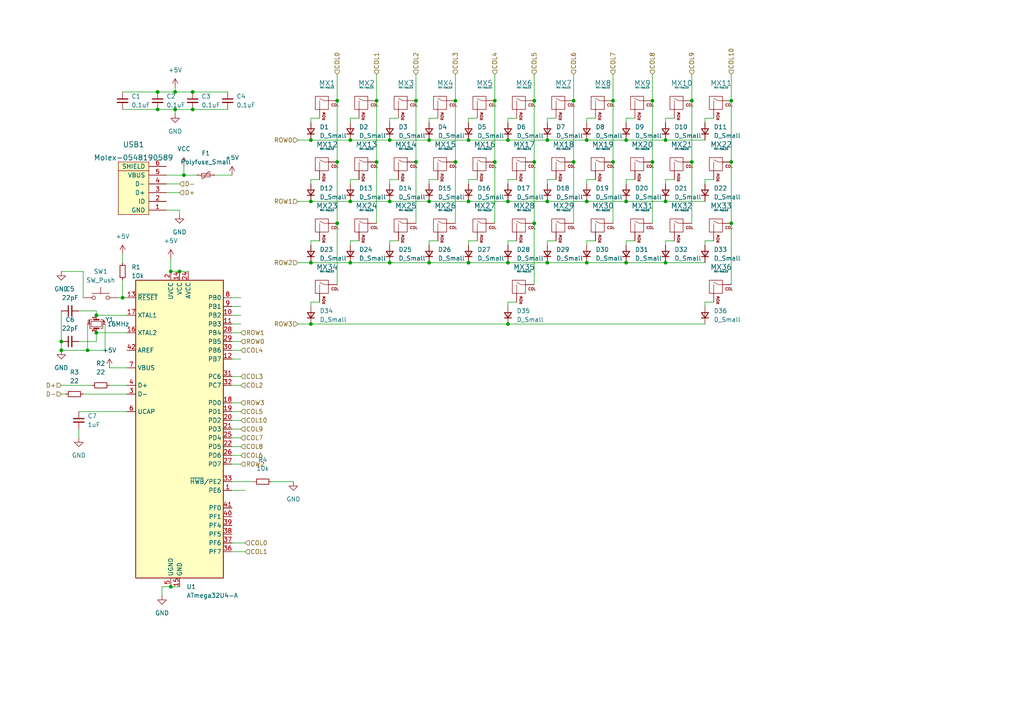
<source format=kicad_sch>
(kicad_sch (version 20211123) (generator eeschema)
  (paper "A4")
  (lib_symbols
    (symbol "Device:C_Small" (pin_numbers hide) (pin_names (offset 0.254) hide)
      (property "Reference" "C" (at 0.254 1.778 0))
      (property "Value" "C_Small" (at 0.254 -2.032 0))
      (symbol "C_Small_0_1"
        (polyline (pts (xy -1.524 -0.508) (xy 1.524 -0.508)) (stroke (width 0.3302)))
        (polyline (pts (xy -1.524 0.508) (xy 1.524 0.508)) (stroke (width 0.3048)))
      )
      (symbol "C_Small_1_1"
        (pin passive line (at 0 2.54 270) (length 2.032) (name "~") (number "1"))
        (pin passive line (at 0 -2.54 90) (length 2.032) (name "~") (number "2"))
      )
    )
    (symbol "Device:Crystal_GND24_Small" (pin_names (offset 1.016) hide)
      (property "Reference" "Y" (at 1.27 4.445 0))
      (property "Value" "Crystal_GND24_Small" (at 1.27 2.54 0))
      (symbol "Crystal_GND24_Small_0_1"
        (rectangle (start -0.762 -1.524) (end 0.762 1.524))
        (polyline (pts (xy -1.27 -0.762) (xy -1.27 0.762)) (stroke (width 0.381)))
        (polyline (pts (xy 1.27 -0.762) (xy 1.27 0.762)) (stroke (width 0.381)))
        (polyline (pts (xy -1.27 -1.27) (xy -1.27 -1.905) (xy 1.27 -1.905) (xy 1.27 -1.27)))
        (polyline (pts (xy -1.27 1.27) (xy -1.27 1.905) (xy 1.27 1.905) (xy 1.27 1.27)))
      )
      (symbol "Crystal_GND24_Small_1_1"
        (pin passive line (at -2.54 0 0) (length 1.27) (name "1") (number "1"))
        (pin passive line (at 0 -2.54 90) (length 0.635) (name "2") (number "2"))
        (pin passive line (at 2.54 0 180) (length 1.27) (name "3") (number "3"))
        (pin passive line (at 0 2.54 270) (length 0.635) (name "4") (number "4"))
      )
    )
    (symbol "Device:D_Small" (pin_numbers hide) (pin_names (offset 0.254) hide)
      (property "Reference" "D" (at -1.27 2.032 0))
      (property "Value" "D_Small" (at -3.81 -2.032 0))
      (symbol "D_Small_0_1"
        (polyline (pts (xy -0.762 -1.016) (xy -0.762 1.016)) (stroke (width 0.254)))
        (polyline (pts (xy -0.762 0) (xy 0.762 0)))
        (polyline (pts (xy 0.762 -1.016) (xy -0.762 0) (xy 0.762 1.016) (xy 0.762 -1.016)) (stroke (width 0.254)))
      )
      (symbol "D_Small_1_1"
        (pin passive line (at -2.54 0 0) (length 1.778) (name "K") (number "1"))
        (pin passive line (at 2.54 0 180) (length 1.778) (name "A") (number "2"))
      )
    )
    (symbol "Device:Polyfuse_Small" (pin_numbers hide) (pin_names (offset 0))
      (property "Reference" "F" (at -1.905 0 90))
      (property "Value" "Polyfuse_Small" (at 1.905 0 90))
      (symbol "Polyfuse_Small_0_1"
        (rectangle (start -0.508 1.27) (end 0.508 -1.27))
        (polyline (pts (xy 0 2.54) (xy 0 -2.54)))
        (polyline (pts (xy -1.016 1.27) (xy -1.016 0.762) (xy 1.016 -0.762) (xy 1.016 -1.27)))
      )
      (symbol "Polyfuse_Small_1_1"
        (pin passive line (at 0 2.54 270) (length 0.635) (name "~") (number "1"))
        (pin passive line (at 0 -2.54 90) (length 0.635) (name "~") (number "2"))
      )
    )
    (symbol "Device:R_Small" (pin_numbers hide) (pin_names (offset 0.254) hide)
      (property "Reference" "R" (at 0.762 0.508 0))
      (property "Value" "R_Small" (at 0.762 -1.016 0))
      (symbol "R_Small_0_1"
        (rectangle (start -0.762 1.778) (end 0.762 -1.778) (stroke (width 0.2032)))
      )
      (symbol "R_Small_1_1"
        (pin passive line (at 0 2.54 270) (length 0.762) (name "~") (number "1"))
        (pin passive line (at 0 -2.54 90) (length 0.762) (name "~") (number "2"))
      )
    )
    (symbol "MCU_Microchip_ATmega:ATmega32U4-A"
      (property "Reference" "U" (at -12.7 44.45 0))
      (property "Value" "ATmega32U4-A" (at 2.54 -44.45 0))
      (symbol "ATmega32U4-A_0_1"
        (rectangle (start -12.7 -43.18) (end 12.7 43.18) (stroke (width 0.254)) (fill (type background)))
      )
      (symbol "ATmega32U4-A_1_1"
        (pin bidirectional line (at 15.24 -17.78 180) (length 2.54) (name "PE6") (number "1"))
        (pin bidirectional line (at 15.24 33.02 180) (length 2.54) (name "PB2") (number "10"))
        (pin bidirectional line (at 15.24 30.48 180) (length 2.54) (name "PB3") (number "11"))
        (pin bidirectional line (at 15.24 20.32 180) (length 2.54) (name "PB7") (number "12"))
        (pin input line (at -15.24 38.1 0) (length 2.54) (name "~{RESET}") (number "13"))
        (pin power_in line (at 0 45.72 270) (length 2.54) (name "VCC") (number "14"))
        (pin power_in line (at 0 -45.72 90) (length 2.54) (name "GND") (number "15"))
        (pin output line (at -15.24 27.94 0) (length 2.54) (name "XTAL2") (number "16"))
        (pin input line (at -15.24 33.02 0) (length 2.54) (name "XTAL1") (number "17"))
        (pin bidirectional line (at 15.24 7.62 180) (length 2.54) (name "PD0") (number "18"))
        (pin bidirectional line (at 15.24 5.08 180) (length 2.54) (name "PD1") (number "19"))
        (pin power_in line (at -2.54 45.72 270) (length 2.54) (name "UVCC") (number "2"))
        (pin bidirectional line (at 15.24 2.54 180) (length 2.54) (name "PD2") (number "20"))
        (pin bidirectional line (at 15.24 0 180) (length 2.54) (name "PD3") (number "21"))
        (pin bidirectional line (at 15.24 -5.08 180) (length 2.54) (name "PD5") (number "22"))
        (pin passive line (at 0 -45.72 90) (length 2.54) hide (name "GND") (number "23"))
        (pin power_in line (at 2.54 45.72 270) (length 2.54) (name "AVCC") (number "24"))
        (pin bidirectional line (at 15.24 -2.54 180) (length 2.54) (name "PD4") (number "25"))
        (pin bidirectional line (at 15.24 -7.62 180) (length 2.54) (name "PD6") (number "26"))
        (pin bidirectional line (at 15.24 -10.16 180) (length 2.54) (name "PD7") (number "27"))
        (pin bidirectional line (at 15.24 27.94 180) (length 2.54) (name "PB4") (number "28"))
        (pin bidirectional line (at 15.24 25.4 180) (length 2.54) (name "PB5") (number "29"))
        (pin bidirectional line (at -15.24 10.16 0) (length 2.54) (name "D-") (number "3"))
        (pin bidirectional line (at 15.24 22.86 180) (length 2.54) (name "PB6") (number "30"))
        (pin bidirectional line (at 15.24 15.24 180) (length 2.54) (name "PC6") (number "31"))
        (pin bidirectional line (at 15.24 12.7 180) (length 2.54) (name "PC7") (number "32"))
        (pin bidirectional line (at 15.24 -15.24 180) (length 2.54) (name "~{HWB}/PE2") (number "33"))
        (pin passive line (at 0 45.72 270) (length 2.54) hide (name "VCC") (number "34"))
        (pin passive line (at 0 -45.72 90) (length 2.54) hide (name "GND") (number "35"))
        (pin bidirectional line (at 15.24 -35.56 180) (length 2.54) (name "PF7") (number "36"))
        (pin bidirectional line (at 15.24 -33.02 180) (length 2.54) (name "PF6") (number "37"))
        (pin bidirectional line (at 15.24 -30.48 180) (length 2.54) (name "PF5") (number "38"))
        (pin bidirectional line (at 15.24 -27.94 180) (length 2.54) (name "PF4") (number "39"))
        (pin bidirectional line (at -15.24 12.7 0) (length 2.54) (name "D+") (number "4"))
        (pin bidirectional line (at 15.24 -25.4 180) (length 2.54) (name "PF1") (number "40"))
        (pin bidirectional line (at 15.24 -22.86 180) (length 2.54) (name "PF0") (number "41"))
        (pin passive line (at -15.24 22.86 0) (length 2.54) (name "AREF") (number "42"))
        (pin passive line (at 0 -45.72 90) (length 2.54) hide (name "GND") (number "43"))
        (pin passive line (at 2.54 45.72 270) (length 2.54) hide (name "AVCC") (number "44"))
        (pin passive line (at -2.54 -45.72 90) (length 2.54) (name "UGND") (number "5"))
        (pin passive line (at -15.24 5.08 0) (length 2.54) (name "UCAP") (number "6"))
        (pin input line (at -15.24 17.78 0) (length 2.54) (name "VBUS") (number "7"))
        (pin bidirectional line (at 15.24 38.1 180) (length 2.54) (name "PB0") (number "8"))
        (pin bidirectional line (at 15.24 35.56 180) (length 2.54) (name "PB1") (number "9"))
      )
    )
    (symbol "MX_Alps_Hybrid:MX-NoLED" (pin_names (offset 1.016))
      (property "Reference" "MX" (at -0.635 3.81 0))
      (property "Value" "MX-NoLED" (at -0.635 1.27 0))
      (symbol "MX-NoLED_0_0"
        (rectangle (start -2.54 2.54) (end 1.27 -1.27))
        (polyline (pts (xy -1.27 -1.27) (xy -1.27 1.27)) (stroke (width 0.127)))
        (polyline (pts (xy 1.27 1.27) (xy 0 1.27) (xy -1.27 1.905)) (stroke (width 0.127)))
        (text "COL" (at 3.175 0 0) (effects (font (size 0.762 0.762))))
        (text "ROW" (at 0 -1.905 900) (effects (font (size 0.762 0.762)) (justify right)))
      )
      (symbol "MX-NoLED_1_1"
        (pin passive line (at 3.81 1.27 180) (length 2.54) (name "COL") (number "1"))
        (pin passive line (at -1.27 -3.81 90) (length 2.54) (name "ROW") (number "2"))
      )
    )
    (symbol "Switch:SW_Push" (pin_numbers hide) (pin_names (offset 1.016) hide)
      (property "Reference" "SW" (at 1.27 2.54 0))
      (property "Value" "SW_Push" (at 0 -1.524 0))
      (symbol "SW_Push_0_1"
        (circle (center -2.032 0) (radius 0.508))
        (polyline (pts (xy 0 1.27) (xy 0 3.048)))
        (polyline (pts (xy 2.54 1.27) (xy -2.54 1.27)))
        (circle (center 2.032 0) (radius 0.508))
        (pin passive line (at -5.08 0 0) (length 2.54) (name "1") (number "1"))
        (pin passive line (at 5.08 0 180) (length 2.54) (name "2") (number "2"))
      )
    )
    (symbol "power:+5V" (power) (pin_names (offset 0))
      (property "Value" "+5V" (at 0 3.556 0))
      (symbol "+5V_0_1"
        (polyline (pts (xy -0.762 1.27) (xy 0 2.54)))
        (polyline (pts (xy 0 0) (xy 0 2.54)))
        (polyline (pts (xy 0 2.54) (xy 0.762 1.27)))
      )
      (symbol "+5V_1_1"
        (pin power_in line (at 0 0 90) (length 0) hide (name "+5V") (number "1"))
      )
    )
    (symbol "power:GND" (power) (pin_names (offset 0))
      (property "Value" "GND" (at 0 -3.81 0))
      (symbol "GND_0_1"
        (polyline (pts (xy 0 0) (xy 0 -1.27) (xy 1.27 -1.27) (xy 0 -2.54) (xy -1.27 -1.27) (xy 0 -1.27)))
      )
      (symbol "GND_1_1"
        (pin power_in line (at 0 0 270) (length 0) hide (name "GND") (number "1"))
      )
    )
    (symbol "power:VCC" (power) (pin_names (offset 0))
      (property "Value" "VCC" (at 0 3.81 0))
      (symbol "VCC_0_1"
        (polyline (pts (xy -0.762 1.27) (xy 0 2.54)))
        (polyline (pts (xy 0 0) (xy 0 2.54)))
        (polyline (pts (xy 0 2.54) (xy 0.762 1.27)))
      )
      (symbol "VCC_1_1"
        (pin power_in line (at 0 0 90) (length 0) hide (name "VCC") (number "1"))
      )
    )
    (symbol "random-keyboard-parts:Molex-0548190589" (pin_names (offset 1.016))
      (property "Reference" "USB" (at 0 7.62 0))
      (property "Value" "Molex-0548190589" (at 0 10.16 0))
      (symbol "Molex-0548190589_0_0"
        (polyline (pts (xy 6.35 -2.54) (xy 6.35 6.35)))
        (rectangle (start 8.89 -2.54) (end -6.35 6.35) (fill (type background)))
      )
      (symbol "Molex-0548190589_1_1"
        (pin input line (at -5.08 -7.62 90) (length 5.08) (name "GND") (number "1"))
        (pin input line (at -2.54 -7.62 90) (length 5.08) (name "ID") (number "2"))
        (pin input line (at 0 -7.62 90) (length 5.08) (name "D+") (number "3"))
        (pin input line (at 2.54 -7.62 90) (length 5.08) (name "D-") (number "4"))
        (pin input line (at 5.08 -7.62 90) (length 5.08) (name "VBUS") (number "5"))
        (pin input line (at 7.62 -7.62 90) (length 5.08) (name "SHIELD") (number "6"))
      )
    )
  )
  (junction (at 177.8 29.21))
  (junction (at 27.94 96.52))
  (junction (at 120.65 46.99))
  (junction (at 90.17 76.2))
  (junction (at 158.75 58.42))
  (junction (at 53.34 50.8))
  (junction (at 200.66 29.21))
  (junction (at 189.23 46.99))
  (junction (at 17.78 99.06))
  (junction (at 181.61 40.64))
  (junction (at 120.65 29.21))
  (junction (at 52.07 78.74))
  (junction (at 124.46 76.2))
  (junction (at 170.18 76.2))
  (junction (at 90.17 40.64))
  (junction (at 90.17 93.98))
  (junction (at 193.04 40.64))
  (junction (at 181.61 58.42))
  (junction (at 132.08 29.21))
  (junction (at 166.37 29.21))
  (junction (at 147.32 58.42))
  (junction (at 97.79 64.77))
  (junction (at 147.32 93.98))
  (junction (at 50.8 26.67))
  (junction (at 97.79 29.21))
  (junction (at 177.8 46.99))
  (junction (at 158.75 40.64))
  (junction (at 113.03 40.64))
  (junction (at 124.46 58.42))
  (junction (at 55.88 31.75))
  (junction (at 109.22 29.21))
  (junction (at 193.04 58.42))
  (junction (at 212.09 29.21))
  (junction (at 200.66 46.99))
  (junction (at 50.8 31.75))
  (junction (at 212.09 46.99))
  (junction (at 49.53 170.18))
  (junction (at 124.46 40.64))
  (junction (at 113.03 76.2))
  (junction (at 101.6 76.2))
  (junction (at 147.32 40.64))
  (junction (at 25.4 101.6))
  (junction (at 135.89 76.2))
  (junction (at 154.94 29.21))
  (junction (at 158.75 76.2))
  (junction (at 109.22 46.99))
  (junction (at 49.53 78.74))
  (junction (at 113.03 58.42))
  (junction (at 90.17 58.42))
  (junction (at 154.94 64.77))
  (junction (at 97.79 46.99))
  (junction (at 143.51 29.21))
  (junction (at 35.56 86.36))
  (junction (at 132.08 46.99))
  (junction (at 27.94 91.44))
  (junction (at 45.72 26.67))
  (junction (at 170.18 58.42))
  (junction (at 135.89 58.42))
  (junction (at 143.51 46.99))
  (junction (at 101.6 40.64))
  (junction (at 55.88 26.67))
  (junction (at 212.09 64.77))
  (junction (at 135.89 40.64))
  (junction (at 166.37 46.99))
  (junction (at 181.61 76.2))
  (junction (at 189.23 29.21))
  (junction (at 45.72 31.75))
  (junction (at 193.04 76.2))
  (junction (at 147.32 76.2))
  (junction (at 101.6 58.42))
  (junction (at 170.18 40.64))
  (junction (at 154.94 46.99))
  (junction (at 17.78 101.6))
  (wire (pts (xy 22.86 119.38) (xy 36.83 119.38)))
  (wire (pts (xy 113.03 69.85) (xy 113.03 71.12)))
  (wire (pts (xy 22.86 124.46) (xy 22.86 127)))
  (wire (pts (xy 17.78 90.17) (xy 17.78 99.06)))
  (wire (pts (xy 101.6 58.42) (xy 113.03 58.42)))
  (wire (pts (xy 101.6 69.85) (xy 101.6 71.12)))
  (wire (pts (xy 207.01 69.85) (xy 204.47 69.85)))
  (wire (pts (xy 158.75 76.2) (xy 170.18 76.2)))
  (wire (pts (xy 90.17 69.85) (xy 90.17 71.12)))
  (wire (pts (xy 212.09 46.99) (xy 212.09 64.77)))
  (wire (pts (xy 143.51 21.59) (xy 143.51 29.21)))
  (wire (pts (xy 49.53 74.93) (xy 49.53 78.74)))
  (wire (pts (xy 50.8 31.75) (xy 55.88 31.75)))
  (wire (pts (xy 135.89 34.29) (xy 135.89 35.56)))
  (wire (pts (xy 67.31 116.84) (xy 69.85 116.84)))
  (wire (pts (xy 193.04 58.42) (xy 204.47 58.42)))
  (wire (pts (xy 149.86 34.29) (xy 147.32 34.29)))
  (wire (pts (xy 101.6 34.29) (xy 101.6 35.56)))
  (wire (pts (xy 166.37 21.59) (xy 166.37 29.21)))
  (wire (pts (xy 181.61 34.29) (xy 181.61 35.56)))
  (wire (pts (xy 204.47 69.85) (xy 204.47 71.12)))
  (wire (pts (xy 207.01 52.07) (xy 204.47 52.07)))
  (wire (pts (xy 27.94 96.52) (xy 36.83 96.52)))
  (wire (pts (xy 113.03 40.64) (xy 124.46 40.64)))
  (wire (pts (xy 147.32 58.42) (xy 158.75 58.42)))
  (wire (pts (xy 135.89 40.64) (xy 147.32 40.64)))
  (wire (pts (xy 34.29 86.36) (xy 35.56 86.36)))
  (wire (pts (xy 170.18 40.64) (xy 181.61 40.64)))
  (wire (pts (xy 212.09 21.59) (xy 212.09 29.21)))
  (wire (pts (xy 27.94 91.44) (xy 36.83 91.44)))
  (wire (pts (xy 67.31 101.6) (xy 69.85 101.6)))
  (wire (pts (xy 101.6 52.07) (xy 101.6 53.34)))
  (wire (pts (xy 67.31 127) (xy 69.85 127)))
  (wire (pts (xy 158.75 40.64) (xy 170.18 40.64)))
  (wire (pts (xy 97.79 21.59) (xy 97.79 29.21)))
  (wire (pts (xy 177.8 21.59) (xy 177.8 29.21)))
  (wire (pts (xy 17.78 99.06) (xy 17.78 101.6)))
  (wire (pts (xy 67.31 93.98) (xy 69.85 93.98)))
  (wire (pts (xy 45.72 31.75) (xy 50.8 31.75)))
  (wire (pts (xy 55.88 31.75) (xy 66.04 31.75)))
  (wire (pts (xy 67.31 119.38) (xy 69.85 119.38)))
  (wire (pts (xy 48.26 53.34) (xy 52.07 53.34)))
  (wire (pts (xy 193.04 40.64) (xy 204.47 40.64)))
  (wire (pts (xy 149.86 87.63) (xy 147.32 87.63)))
  (wire (pts (xy 86.36 93.98) (xy 90.17 93.98)))
  (wire (pts (xy 147.32 93.98) (xy 204.47 93.98)))
  (wire (pts (xy 113.03 76.2) (xy 124.46 76.2)))
  (wire (pts (xy 124.46 40.64) (xy 135.89 40.64)))
  (wire (pts (xy 212.09 64.77) (xy 212.09 82.55)))
  (wire (pts (xy 154.94 46.99) (xy 154.94 64.77)))
  (wire (pts (xy 200.66 29.21) (xy 200.66 46.99)))
  (wire (pts (xy 104.14 34.29) (xy 101.6 34.29)))
  (wire (pts (xy 120.65 21.59) (xy 120.65 29.21)))
  (wire (pts (xy 132.08 46.99) (xy 132.08 64.77)))
  (wire (pts (xy 184.15 52.07) (xy 181.61 52.07)))
  (wire (pts (xy 92.71 52.07) (xy 90.17 52.07)))
  (wire (pts (xy 172.72 52.07) (xy 170.18 52.07)))
  (wire (pts (xy 158.75 58.42) (xy 170.18 58.42)))
  (wire (pts (xy 25.4 101.6) (xy 17.78 101.6)))
  (wire (pts (xy 104.14 52.07) (xy 101.6 52.07)))
  (wire (pts (xy 115.57 69.85) (xy 113.03 69.85)))
  (wire (pts (xy 35.56 86.36) (xy 36.83 86.36)))
  (wire (pts (xy 132.08 29.21) (xy 132.08 46.99)))
  (wire (pts (xy 35.56 73.66) (xy 35.56 76.2)))
  (wire (pts (xy 45.72 26.67) (xy 50.8 26.67)))
  (wire (pts (xy 204.47 34.29) (xy 204.47 35.56)))
  (wire (pts (xy 25.4 93.98) (xy 25.4 101.6)))
  (wire (pts (xy 207.01 34.29) (xy 204.47 34.29)))
  (wire (pts (xy 120.65 29.21) (xy 120.65 46.99)))
  (wire (pts (xy 67.31 142.24) (xy 71.12 142.24)))
  (wire (pts (xy 120.65 46.99) (xy 120.65 64.77)))
  (wire (pts (xy 200.66 21.59) (xy 200.66 29.21)))
  (wire (pts (xy 86.36 76.2) (xy 90.17 76.2)))
  (wire (pts (xy 24.13 78.74) (xy 17.78 78.74)))
  (wire (pts (xy 62.23 50.8) (xy 67.31 50.8)))
  (wire (pts (xy 67.31 160.02) (xy 71.12 160.02)))
  (wire (pts (xy 22.86 90.17) (xy 27.94 90.17)))
  (wire (pts (xy 115.57 34.29) (xy 113.03 34.29)))
  (wire (pts (xy 181.61 58.42) (xy 193.04 58.42)))
  (wire (pts (xy 195.58 69.85) (xy 193.04 69.85)))
  (wire (pts (xy 184.15 69.85) (xy 181.61 69.85)))
  (wire (pts (xy 184.15 34.29) (xy 181.61 34.29)))
  (wire (pts (xy 31.75 106.68) (xy 36.83 106.68)))
  (wire (pts (xy 27.94 99.06) (xy 27.94 96.52)))
  (wire (pts (xy 86.36 58.42) (xy 90.17 58.42)))
  (wire (pts (xy 90.17 58.42) (xy 101.6 58.42)))
  (wire (pts (xy 90.17 40.64) (xy 101.6 40.64)))
  (wire (pts (xy 170.18 34.29) (xy 170.18 35.56)))
  (wire (pts (xy 115.57 52.07) (xy 113.03 52.07)))
  (wire (pts (xy 97.79 64.77) (xy 97.79 82.55)))
  (wire (pts (xy 49.53 170.18) (xy 52.07 170.18)))
  (wire (pts (xy 200.66 46.99) (xy 200.66 64.77)))
  (wire (pts (xy 50.8 31.75) (xy 50.8 33.02)))
  (wire (pts (xy 113.03 34.29) (xy 113.03 35.56)))
  (wire (pts (xy 124.46 52.07) (xy 124.46 53.34)))
  (wire (pts (xy 46.99 170.18) (xy 49.53 170.18)))
  (wire (pts (xy 78.74 139.7) (xy 85.09 139.7)))
  (wire (pts (xy 67.31 109.22) (xy 69.85 109.22)))
  (wire (pts (xy 90.17 87.63) (xy 90.17 88.9)))
  (wire (pts (xy 90.17 76.2) (xy 101.6 76.2)))
  (wire (pts (xy 147.32 87.63) (xy 147.32 88.9)))
  (wire (pts (xy 149.86 69.85) (xy 147.32 69.85)))
  (wire (pts (xy 67.31 99.06) (xy 69.85 99.06)))
  (wire (pts (xy 170.18 52.07) (xy 170.18 53.34)))
  (wire (pts (xy 49.53 78.74) (xy 52.07 78.74)))
  (wire (pts (xy 207.01 87.63) (xy 204.47 87.63)))
  (wire (pts (xy 24.13 86.36) (xy 24.13 78.74)))
  (wire (pts (xy 67.31 124.46) (xy 69.85 124.46)))
  (wire (pts (xy 67.31 121.92) (xy 69.85 121.92)))
  (wire (pts (xy 154.94 64.77) (xy 154.94 82.55)))
  (wire (pts (xy 67.31 157.48) (xy 71.12 157.48)))
  (wire (pts (xy 161.29 69.85) (xy 158.75 69.85)))
  (wire (pts (xy 48.26 60.96) (xy 52.07 60.96)))
  (wire (pts (xy 67.31 132.08) (xy 69.85 132.08)))
  (wire (pts (xy 135.89 52.07) (xy 135.89 53.34)))
  (wire (pts (xy 30.48 101.6) (xy 30.48 93.98)))
  (wire (pts (xy 143.51 46.99) (xy 143.51 64.77)))
  (wire (pts (xy 124.46 76.2) (xy 135.89 76.2)))
  (wire (pts (xy 195.58 34.29) (xy 193.04 34.29)))
  (wire (pts (xy 67.31 139.7) (xy 73.66 139.7)))
  (wire (pts (xy 90.17 34.29) (xy 90.17 35.56)))
  (wire (pts (xy 161.29 52.07) (xy 158.75 52.07)))
  (wire (pts (xy 170.18 69.85) (xy 170.18 71.12)))
  (wire (pts (xy 147.32 69.85) (xy 147.32 71.12)))
  (wire (pts (xy 135.89 69.85) (xy 135.89 71.12)))
  (wire (pts (xy 113.03 52.07) (xy 113.03 53.34)))
  (wire (pts (xy 166.37 46.99) (xy 166.37 64.77)))
  (wire (pts (xy 147.32 34.29) (xy 147.32 35.56)))
  (wire (pts (xy 53.34 48.26) (xy 53.34 50.8)))
  (wire (pts (xy 35.56 81.28) (xy 35.56 86.36)))
  (wire (pts (xy 101.6 40.64) (xy 113.03 40.64)))
  (wire (pts (xy 212.09 29.21) (xy 212.09 46.99)))
  (wire (pts (xy 154.94 21.59) (xy 154.94 29.21)))
  (wire (pts (xy 67.31 129.54) (xy 69.85 129.54)))
  (wire (pts (xy 127 69.85) (xy 124.46 69.85)))
  (wire (pts (xy 177.8 46.99) (xy 177.8 64.77)))
  (wire (pts (xy 124.46 34.29) (xy 124.46 35.56)))
  (wire (pts (xy 22.86 99.06) (xy 27.94 99.06)))
  (wire (pts (xy 172.72 69.85) (xy 170.18 69.85)))
  (wire (pts (xy 181.61 76.2) (xy 193.04 76.2)))
  (wire (pts (xy 181.61 69.85) (xy 181.61 71.12)))
  (wire (pts (xy 154.94 29.21) (xy 154.94 46.99)))
  (wire (pts (xy 109.22 29.21) (xy 109.22 46.99)))
  (wire (pts (xy 55.88 26.67) (xy 66.04 26.67)))
  (wire (pts (xy 53.34 50.8) (xy 57.15 50.8)))
  (wire (pts (xy 52.07 78.74) (xy 54.61 78.74)))
  (wire (pts (xy 135.89 58.42) (xy 147.32 58.42)))
  (wire (pts (xy 147.32 76.2) (xy 158.75 76.2)))
  (wire (pts (xy 127 52.07) (xy 124.46 52.07)))
  (wire (pts (xy 124.46 58.42) (xy 135.89 58.42)))
  (wire (pts (xy 50.8 26.67) (xy 50.8 25.4)))
  (wire (pts (xy 67.31 104.14) (xy 69.85 104.14)))
  (wire (pts (xy 138.43 34.29) (xy 135.89 34.29)))
  (wire (pts (xy 193.04 69.85) (xy 193.04 71.12)))
  (wire (pts (xy 143.51 29.21) (xy 143.51 46.99)))
  (wire (pts (xy 161.29 34.29) (xy 158.75 34.29)))
  (wire (pts (xy 193.04 76.2) (xy 204.47 76.2)))
  (wire (pts (xy 124.46 69.85) (xy 124.46 71.12)))
  (wire (pts (xy 104.14 69.85) (xy 101.6 69.85)))
  (wire (pts (xy 109.22 21.59) (xy 109.22 29.21)))
  (wire (pts (xy 177.8 29.21) (xy 177.8 46.99)))
  (wire (pts (xy 90.17 52.07) (xy 90.17 53.34)))
  (wire (pts (xy 48.26 50.8) (xy 53.34 50.8)))
  (wire (pts (xy 97.79 46.99) (xy 97.79 64.77)))
  (wire (pts (xy 181.61 40.64) (xy 193.04 40.64)))
  (wire (pts (xy 67.31 88.9) (xy 69.85 88.9)))
  (wire (pts (xy 50.8 26.67) (xy 55.88 26.67)))
  (wire (pts (xy 25.4 101.6) (xy 30.48 101.6)))
  (wire (pts (xy 97.79 29.21) (xy 97.79 46.99)))
  (wire (pts (xy 35.56 31.75) (xy 45.72 31.75)))
  (wire (pts (xy 170.18 58.42) (xy 181.61 58.42)))
  (wire (pts (xy 166.37 29.21) (xy 166.37 46.99)))
  (wire (pts (xy 189.23 21.59) (xy 189.23 29.21)))
  (wire (pts (xy 158.75 52.07) (xy 158.75 53.34)))
  (wire (pts (xy 204.47 52.07) (xy 204.47 53.34)))
  (wire (pts (xy 204.47 87.63) (xy 204.47 88.9)))
  (wire (pts (xy 195.58 52.07) (xy 193.04 52.07)))
  (wire (pts (xy 67.31 111.76) (xy 69.85 111.76)))
  (wire (pts (xy 24.13 114.3) (xy 36.83 114.3)))
  (wire (pts (xy 138.43 52.07) (xy 135.89 52.07)))
  (wire (pts (xy 138.43 69.85) (xy 135.89 69.85)))
  (wire (pts (xy 193.04 34.29) (xy 193.04 35.56)))
  (wire (pts (xy 48.26 55.88) (xy 52.07 55.88)))
  (wire (pts (xy 127 34.29) (xy 124.46 34.29)))
  (wire (pts (xy 132.08 21.59) (xy 132.08 29.21)))
  (wire (pts (xy 92.71 34.29) (xy 90.17 34.29)))
  (wire (pts (xy 67.31 86.36) (xy 69.85 86.36)))
  (wire (pts (xy 31.75 111.76) (xy 36.83 111.76)))
  (wire (pts (xy 17.78 111.76) (xy 26.67 111.76)))
  (wire (pts (xy 35.56 26.67) (xy 45.72 26.67)))
  (wire (pts (xy 147.32 40.64) (xy 158.75 40.64)))
  (wire (pts (xy 92.71 69.85) (xy 90.17 69.85)))
  (wire (pts (xy 17.78 114.3) (xy 19.05 114.3)))
  (wire (pts (xy 170.18 76.2) (xy 181.61 76.2)))
  (wire (pts (xy 158.75 69.85) (xy 158.75 71.12)))
  (wire (pts (xy 172.72 34.29) (xy 170.18 34.29)))
  (wire (pts (xy 86.36 40.64) (xy 90.17 40.64)))
  (wire (pts (xy 135.89 76.2) (xy 147.32 76.2)))
  (wire (pts (xy 67.31 91.44) (xy 69.85 91.44)))
  (wire (pts (xy 113.03 58.42) (xy 124.46 58.42)))
  (wire (pts (xy 149.86 52.07) (xy 147.32 52.07)))
  (wire (pts (xy 181.61 52.07) (xy 181.61 53.34)))
  (wire (pts (xy 189.23 46.99) (xy 189.23 64.77)))
  (wire (pts (xy 193.04 52.07) (xy 193.04 53.34)))
  (wire (pts (xy 92.71 87.63) (xy 90.17 87.63)))
  (wire (pts (xy 67.31 96.52) (xy 69.85 96.52)))
  (wire (pts (xy 46.99 172.72) (xy 46.99 170.18)))
  (wire (pts (xy 90.17 93.98) (xy 147.32 93.98)))
  (wire (pts (xy 27.94 90.17) (xy 27.94 91.44)))
  (wire (pts (xy 101.6 76.2) (xy 113.03 76.2)))
  (wire (pts (xy 158.75 34.29) (xy 158.75 35.56)))
  (wire (pts (xy 147.32 52.07) (xy 147.32 53.34)))
  (wire (pts (xy 189.23 29.21) (xy 189.23 46.99)))
  (wire (pts (xy 109.22 46.99) (xy 109.22 64.77)))
  (wire (pts (xy 67.31 134.62) (xy 69.85 134.62)))
  (wire (pts (xy 52.07 60.96) (xy 52.07 62.23)))
  (hierarchical_label "COL6" (shape input) (at 166.37 21.59 90))
  (hierarchical_label "COL8" (shape input) (at 69.85 129.54 0))
  (hierarchical_label "COL4" (shape input) (at 143.51 21.59 90))
  (hierarchical_label "ROW0" (shape input) (at 86.36 40.64 180))
  (hierarchical_label "COL2" (shape input) (at 120.65 21.59 90))
  (hierarchical_label "D-" (shape input) (at 52.07 53.34 0))
  (hierarchical_label "COL5" (shape input) (at 69.85 119.38 0))
  (hierarchical_label "D+" (shape input) (at 17.78 111.76 180))
  (hierarchical_label "COL1" (shape input) (at 109.22 21.59 90))
  (hierarchical_label "COL3" (shape input) (at 69.85 109.22 0))
  (hierarchical_label "COL3" (shape input) (at 132.08 21.59 90))
  (hierarchical_label "COL9" (shape input) (at 69.85 124.46 0))
  (hierarchical_label "ROW0" (shape input) (at 69.85 99.06 0))
  (hierarchical_label "COL2" (shape input) (at 69.85 111.76 0))
  (hierarchical_label "ROW2" (shape input) (at 86.36 76.2 180))
  (hierarchical_label "COL10" (shape input) (at 69.85 121.92 0))
  (hierarchical_label "COL4" (shape input) (at 69.85 101.6 0))
  (hierarchical_label "ROW1" (shape input) (at 69.85 96.52 0))
  (hierarchical_label "COL0" (shape input) (at 97.79 21.59 90))
  (hierarchical_label "COL6" (shape input) (at 69.85 132.08 0))
  (hierarchical_label "COL7" (shape input) (at 177.8 21.59 90))
  (hierarchical_label "ROW3" (shape input) (at 69.85 116.84 0))
  (hierarchical_label "ROW2" (shape input) (at 69.85 134.62 0))
  (hierarchical_label "ROW3" (shape input) (at 86.36 93.98 180))
  (hierarchical_label "D+" (shape input) (at 52.07 55.88 0))
  (hierarchical_label "COL5" (shape input) (at 154.94 21.59 90))
  (hierarchical_label "D-" (shape input) (at 17.78 114.3 180))
  (hierarchical_label "COL1" (shape input) (at 71.12 160.02 0))
  (hierarchical_label "COL8" (shape input) (at 189.23 21.59 90))
  (hierarchical_label "ROW1" (shape input) (at 86.36 58.42 180))
  (hierarchical_label "COL7" (shape input) (at 69.85 127 0))
  (hierarchical_label "COL10" (shape input) (at 212.09 21.59 90))
  (hierarchical_label "COL0" (shape input) (at 71.12 157.48 0))
  (hierarchical_label "COL9" (shape input) (at 200.66 21.59 90))
  (symbol (lib_id "Device:D_Small") (at 158.75 73.66 90) (unit 1)
    (property "Reference" "D29" (at 161.29 72.3899 90) (effects (justify right)))
    (property "Value" "D_Small" (at 161.29 74.9299 90) (effects (justify right)))
    (property "Footprint" "Diode_SMD:D_SOD-123" (effects hide))
  )
  (symbol (lib_id "MX_Alps_Hybrid:MX-NoLED") (at 139.7 66.04 0) (unit 1)
    (property "Reference" "MX27" (at 140.5856 59.69 0) (effects (font (size 1.524 1.524))))
    (property "Value" "MX-NoLED" (at 140.5856 60.96 0) (effects (font (size 0.508 0.508))))
    (property "Footprint" "MX_Alps_Hybrid:MX-1U-NoLED" (effects hide))
  )
  (symbol (lib_id "power:+5V") (at 49.53 74.93 0) (unit 1)
    (property "Reference" "#PWR0101" (effects hide))
    (property "Value" "+5V" (at 49.53 69.85 0))
  )
  (symbol (lib_id "Device:D_Small") (at 204.47 91.44 90) (unit 1)
    (property "Reference" "D36" (at 207.01 90.1699 90) (effects (justify right)))
    (property "Value" "D_Small" (at 207.01 92.7099 90) (effects (justify right)))
    (property "Footprint" "Diode_SMD:D_SOD-123" (effects hide))
  )
  (symbol (lib_id "MX_Alps_Hybrid:MX-NoLED") (at 128.27 30.48 0) (unit 1)
    (property "Reference" "MX4" (at 129.1556 24.13 0) (effects (font (size 1.524 1.524))))
    (property "Value" "MX-NoLED" (at 129.1556 25.4 0) (effects (font (size 0.508 0.508))))
    (property "Footprint" "MX_Alps_Hybrid:MX-1U-NoLED" (effects hide))
  )
  (symbol (lib_id "Device:D_Small") (at 158.75 55.88 90) (unit 1)
    (property "Reference" "D18" (at 161.29 54.6099 90) (effects (justify right)))
    (property "Value" "D_Small" (at 161.29 57.1499 90) (effects (justify right)))
    (property "Footprint" "Diode_SMD:D_SOD-123" (effects hide))
  )
  (symbol (lib_id "Device:D_Small") (at 193.04 38.1 90) (unit 1)
    (property "Reference" "D10" (at 195.58 36.8299 90) (effects (justify right)))
    (property "Value" "D_Small" (at 195.58 39.3699 90) (effects (justify right)))
    (property "Footprint" "Diode_SMD:D_SOD-123" (effects hide))
  )
  (symbol (lib_id "Device:D_Small") (at 113.03 55.88 90) (unit 1)
    (property "Reference" "D14" (at 115.57 54.6099 90) (effects (justify right)))
    (property "Value" "D_Small" (at 115.57 57.1499 90) (effects (justify right)))
    (property "Footprint" "Diode_SMD:D_SOD-123" (effects hide))
  )
  (symbol (lib_id "Device:D_Small") (at 90.17 55.88 90) (unit 1)
    (property "Reference" "D12" (at 92.71 54.6099 90) (effects (justify right)))
    (property "Value" "D_Small" (at 92.71 57.1499 90) (effects (justify right)))
    (property "Footprint" "Diode_SMD:D_SOD-123" (effects hide))
  )
  (symbol (lib_id "MX_Alps_Hybrid:MX-NoLED") (at 196.85 66.04 0) (unit 1)
    (property "Reference" "MX32" (at 197.7356 59.69 0) (effects (font (size 1.524 1.524))))
    (property "Value" "MX-NoLED" (at 197.7356 60.96 0) (effects (font (size 0.508 0.508))))
    (property "Footprint" "MX_Alps_Hybrid:MX-1U-NoLED" (effects hide))
  )
  (symbol (lib_id "Device:Polyfuse_Small") (at 59.69 50.8 90) (unit 1)
    (property "Reference" "F1" (at 59.69 44.45 90))
    (property "Value" "Polyfuse_Small" (at 59.69 46.99 90))
    (property "Footprint" "Fuse:Fuse_1206_3216Metric" (effects hide))
  )
  (symbol (lib_id "Device:D_Small") (at 135.89 38.1 90) (unit 1)
    (property "Reference" "D5" (at 138.43 36.8299 90) (effects (justify right)))
    (property "Value" "D_Small" (at 138.43 39.3699 90) (effects (justify right)))
    (property "Footprint" "Diode_SMD:D_SOD-123" (effects hide))
  )
  (symbol (lib_id "Device:D_Small") (at 101.6 55.88 90) (unit 1)
    (property "Reference" "D13" (at 104.14 54.6099 90) (effects (justify right)))
    (property "Value" "D_Small" (at 104.14 57.1499 90) (effects (justify right)))
    (property "Footprint" "Diode_SMD:D_SOD-123" (effects hide))
  )
  (symbol (lib_id "MX_Alps_Hybrid:MX-NoLED") (at 196.85 30.48 0) (unit 1)
    (property "Reference" "MX10" (at 197.7356 24.13 0) (effects (font (size 1.524 1.524))))
    (property "Value" "MX-NoLED" (at 197.7356 25.4 0) (effects (font (size 0.508 0.508))))
    (property "Footprint" "MX_Alps_Hybrid:MX-1U-NoLED" (effects hide))
  )
  (symbol (lib_id "random-keyboard-parts:Molex-0548190589") (at 40.64 55.88 90) (unit 1)
    (property "Reference" "USB1" (at 38.735 41.91 90) (effects (font (size 1.524 1.524))))
    (property "Value" "Molex-0548190589" (at 38.735 45.72 90) (effects (font (size 1.524 1.524))))
    (property "Footprint" "random-keyboard-parts:Molex-0548190589" (effects hide))
  )
  (symbol (lib_id "MX_Alps_Hybrid:MX-NoLED") (at 139.7 30.48 0) (unit 1)
    (property "Reference" "MX5" (at 140.5856 24.13 0) (effects (font (size 1.524 1.524))))
    (property "Value" "MX-NoLED" (at 140.5856 25.4 0) (effects (font (size 0.508 0.508))))
    (property "Footprint" "MX_Alps_Hybrid:MX-1U-NoLED" (effects hide))
  )
  (symbol (lib_id "power:GND") (at 52.07 62.23 0) (unit 1)
    (property "Reference" "#PWR0113" (effects hide))
    (property "Value" "GND" (at 52.07 67.31 0))
  )
  (symbol (lib_id "Device:D_Small") (at 90.17 73.66 90) (unit 1)
    (property "Reference" "D23" (at 92.71 72.3899 90) (effects (justify right)))
    (property "Value" "D_Small" (at 92.71 74.9299 90) (effects (justify right)))
    (property "Footprint" "Diode_SMD:D_SOD-123" (effects hide))
  )
  (symbol (lib_id "MX_Alps_Hybrid:MX-NoLED") (at 151.13 66.04 0) (unit 1)
    (property "Reference" "MX28" (at 152.0156 59.69 0) (effects (font (size 1.524 1.524))))
    (property "Value" "MX-NoLED" (at 152.0156 60.96 0) (effects (font (size 0.508 0.508))))
    (property "Footprint" "MX_Alps_Hybrid:MX-1U-NoLED" (effects hide))
  )
  (symbol (lib_id "Device:D_Small") (at 90.17 91.44 90) (unit 1)
    (property "Reference" "D34" (at 92.71 90.1699 90) (effects (justify right)))
    (property "Value" "D_Small" (at 92.71 92.7099 90) (effects (justify right)))
    (property "Footprint" "Diode_SMD:D_SOD-123" (effects hide))
  )
  (symbol (lib_id "power:GND") (at 17.78 101.6 0) (unit 1)
    (property "Reference" "#PWR0107" (effects hide))
    (property "Value" "GND" (at 17.78 106.68 0))
  )
  (symbol (lib_id "MX_Alps_Hybrid:MX-NoLED") (at 208.28 66.04 0) (unit 1)
    (property "Reference" "MX33" (at 209.1656 59.69 0) (effects (font (size 1.524 1.524))))
    (property "Value" "MX-NoLED" (at 209.1656 60.96 0) (effects (font (size 0.508 0.508))))
    (property "Footprint" "MX_Alps_Hybrid:MX-1U-NoLED" (effects hide))
  )
  (symbol (lib_id "Device:D_Small") (at 90.17 38.1 90) (unit 1)
    (property "Reference" "D1" (at 92.71 36.8299 90) (effects (justify right)))
    (property "Value" "D_Small" (at 92.71 39.3699 90) (effects (justify right)))
    (property "Footprint" "Diode_SMD:D_SOD-123" (effects hide))
  )
  (symbol (lib_id "power:+5V") (at 31.75 106.68 0) (unit 1)
    (property "Reference" "#PWR0108" (effects hide))
    (property "Value" "+5V" (at 31.75 101.6 0))
  )
  (symbol (lib_id "power:GND") (at 17.78 78.74 0) (unit 1)
    (property "Reference" "#PWR0112" (effects hide))
    (property "Value" "GND" (at 17.78 83.82 0))
  )
  (symbol (lib_id "MX_Alps_Hybrid:MX-NoLED") (at 151.13 48.26 0) (unit 1)
    (property "Reference" "MX17" (at 152.0156 41.91 0) (effects (font (size 1.524 1.524))))
    (property "Value" "MX-NoLED" (at 152.0156 43.18 0) (effects (font (size 0.508 0.508))))
    (property "Footprint" "MX_Alps_Hybrid:MX-1U-NoLED" (effects hide))
  )
  (symbol (lib_id "MX_Alps_Hybrid:MX-NoLED") (at 196.85 48.26 0) (unit 1)
    (property "Reference" "MX21" (at 197.7356 41.91 0) (effects (font (size 1.524 1.524))))
    (property "Value" "MX-NoLED" (at 197.7356 43.18 0) (effects (font (size 0.508 0.508))))
    (property "Footprint" "MX_Alps_Hybrid:MX-1U-NoLED" (effects hide))
  )
  (symbol (lib_id "Device:D_Small") (at 101.6 73.66 90) (unit 1)
    (property "Reference" "D24" (at 104.14 72.3899 90) (effects (justify right)))
    (property "Value" "D_Small" (at 104.14 74.9299 90) (effects (justify right)))
    (property "Footprint" "Diode_SMD:D_SOD-123" (effects hide))
  )
  (symbol (lib_id "Device:C_Small") (at 66.04 29.21 0) (unit 1)
    (property "Reference" "C4" (at 68.58 27.9462 0) (effects (justify left)))
    (property "Value" "0.1uF" (at 68.58 30.4862 0) (effects (justify left)))
    (property "Footprint" "Capacitor_SMD:C_0805_2012Metric" (effects hide))
  )
  (symbol (lib_id "MX_Alps_Hybrid:MX-NoLED") (at 93.98 30.48 0) (unit 1)
    (property "Reference" "MX1" (at 94.8656 24.13 0) (effects (font (size 1.524 1.524))))
    (property "Value" "MX-NoLED" (at 94.8656 25.4 0) (effects (font (size 0.508 0.508))))
    (property "Footprint" "MX_Alps_Hybrid:MX-1U-NoLED" (effects hide))
  )
  (symbol (lib_id "MX_Alps_Hybrid:MX-NoLED") (at 93.98 83.82 0) (unit 1)
    (property "Reference" "MX34" (at 94.8656 77.47 0) (effects (font (size 1.524 1.524))))
    (property "Value" "MX-NoLED" (at 94.8656 78.74 0) (effects (font (size 0.508 0.508))))
    (property "Footprint" "MX_Alps_Hybrid:MX-1U-NoLED" (effects hide))
  )
  (symbol (lib_id "Device:D_Small") (at 181.61 55.88 90) (unit 1)
    (property "Reference" "D20" (at 184.15 54.6099 90) (effects (justify right)))
    (property "Value" "D_Small" (at 184.15 57.1499 90) (effects (justify right)))
    (property "Footprint" "Diode_SMD:D_SOD-123" (effects hide))
  )
  (symbol (lib_id "MX_Alps_Hybrid:MX-NoLED") (at 208.28 48.26 0) (unit 1)
    (property "Reference" "MX22" (at 209.1656 41.91 0) (effects (font (size 1.524 1.524))))
    (property "Value" "MX-NoLED" (at 209.1656 43.18 0) (effects (font (size 0.508 0.508))))
    (property "Footprint" "MX_Alps_Hybrid:MX-1U-NoLED" (effects hide))
  )
  (symbol (lib_id "power:GND") (at 46.99 172.72 0) (unit 1)
    (property "Reference" "#PWR0111" (effects hide))
    (property "Value" "GND" (at 46.99 177.8 0))
  )
  (symbol (lib_id "Device:D_Small") (at 193.04 55.88 90) (unit 1)
    (property "Reference" "D21" (at 195.58 54.6099 90) (effects (justify right)))
    (property "Value" "D_Small" (at 195.58 57.1499 90) (effects (justify right)))
    (property "Footprint" "Diode_SMD:D_SOD-123" (effects hide))
  )
  (symbol (lib_id "MCU_Microchip_ATmega:ATmega32U4-A") (at 52.07 124.46 0) (unit 1)
    (property "Reference" "U1" (at 54.0894 170.18 0) (effects (justify left)))
    (property "Value" "ATmega32U4-A" (at 54.0894 172.72 0) (effects (justify left)))
    (property "Footprint" "Package_QFP:TQFP-44_10x10mm_P0.8mm" (effects hide))
    (property "Datasheet" "http://ww1.microchip.com/downloads/en/DeviceDoc/Atmel-7766-8-bit-AVR-ATmega16U4-32U4_Datasheet.pdf" (effects hide))
  )
  (symbol (lib_id "Device:D_Small") (at 147.32 38.1 90) (unit 1)
    (property "Reference" "D6" (at 149.86 36.8299 90) (effects (justify right)))
    (property "Value" "D_Small" (at 149.86 39.3699 90) (effects (justify right)))
    (property "Footprint" "Diode_SMD:D_SOD-123" (effects hide))
  )
  (symbol (lib_id "MX_Alps_Hybrid:MX-NoLED") (at 116.84 48.26 0) (unit 1)
    (property "Reference" "MX14" (at 117.7256 41.91 0) (effects (font (size 1.524 1.524))))
    (property "Value" "MX-NoLED" (at 117.7256 43.18 0) (effects (font (size 0.508 0.508))))
    (property "Footprint" "MX_Alps_Hybrid:MX-1U-NoLED" (effects hide))
  )
  (symbol (lib_id "power:GND") (at 50.8 33.02 0) (unit 1)
    (property "Reference" "#PWR0105" (effects hide))
    (property "Value" "GND" (at 50.8 38.1 0))
  )
  (symbol (lib_id "Device:D_Small") (at 193.04 73.66 90) (unit 1)
    (property "Reference" "D32" (at 195.58 72.3899 90) (effects (justify right)))
    (property "Value" "D_Small" (at 195.58 74.9299 90) (effects (justify right)))
    (property "Footprint" "Diode_SMD:D_SOD-123" (effects hide))
  )
  (symbol (lib_id "Device:D_Small") (at 204.47 55.88 90) (unit 1)
    (property "Reference" "D22" (at 207.01 54.6099 90) (effects (justify right)))
    (property "Value" "D_Small" (at 207.01 57.1499 90) (effects (justify right)))
    (property "Footprint" "Diode_SMD:D_SOD-123" (effects hide))
  )
  (symbol (lib_id "MX_Alps_Hybrid:MX-NoLED") (at 185.42 48.26 0) (unit 1)
    (property "Reference" "MX20" (at 186.3056 41.91 0) (effects (font (size 1.524 1.524))))
    (property "Value" "MX-NoLED" (at 186.3056 43.18 0) (effects (font (size 0.508 0.508))))
    (property "Footprint" "MX_Alps_Hybrid:MX-1U-NoLED" (effects hide))
  )
  (symbol (lib_id "Device:D_Small") (at 158.75 38.1 90) (unit 1)
    (property "Reference" "D7" (at 161.29 36.8299 90) (effects (justify right)))
    (property "Value" "D_Small" (at 161.29 39.3699 90) (effects (justify right)))
    (property "Footprint" "Diode_SMD:D_SOD-123" (effects hide))
  )
  (symbol (lib_id "MX_Alps_Hybrid:MX-NoLED") (at 185.42 30.48 0) (unit 1)
    (property "Reference" "MX9" (at 186.3056 24.13 0) (effects (font (size 1.524 1.524))))
    (property "Value" "MX-NoLED" (at 186.3056 25.4 0) (effects (font (size 0.508 0.508))))
    (property "Footprint" "MX_Alps_Hybrid:MX-1U-NoLED" (effects hide))
  )
  (symbol (lib_id "power:+5V") (at 35.56 73.66 0) (unit 1)
    (property "Reference" "#PWR0102" (effects hide))
    (property "Value" "+5V" (at 35.56 68.58 0))
  )
  (symbol (lib_id "MX_Alps_Hybrid:MX-NoLED") (at 162.56 48.26 0) (unit 1)
    (property "Reference" "MX18" (at 163.4456 41.91 0) (effects (font (size 1.524 1.524))))
    (property "Value" "MX-NoLED" (at 163.4456 43.18 0) (effects (font (size 0.508 0.508))))
    (property "Footprint" "MX_Alps_Hybrid:MX-1U-NoLED" (effects hide))
  )
  (symbol (lib_id "Device:D_Small") (at 135.89 73.66 90) (unit 1)
    (property "Reference" "D27" (at 138.43 72.3899 90) (effects (justify right)))
    (property "Value" "D_Small" (at 138.43 74.9299 90) (effects (justify right)))
    (property "Footprint" "Diode_SMD:D_SOD-123" (effects hide))
  )
  (symbol (lib_id "Device:R_Small") (at 76.2 139.7 90) (unit 1)
    (property "Reference" "R4" (at 76.2 133.35 90))
    (property "Value" "10k" (at 76.2 135.89 90))
    (property "Footprint" "Resistor_SMD:R_0805_2012Metric" (effects hide))
  )
  (symbol (lib_id "Device:Crystal_GND24_Small") (at 27.94 93.98 270) (unit 1)
    (property "Reference" "Y1" (at 31.75 92.71 90))
    (property "Value" "16MHz" (at 34.29 93.98 90))
    (property "Footprint" "Crystal:Crystal_SMD_3225-4Pin_3.2x2.5mm" (effects hide))
  )
  (symbol (lib_id "power:+5V") (at 50.8 25.4 0) (unit 1)
    (property "Reference" "#PWR0106" (effects hide))
    (property "Value" "+5V" (at 50.8 20.32 0))
  )
  (symbol (lib_id "MX_Alps_Hybrid:MX-NoLED") (at 93.98 48.26 0) (unit 1)
    (property "Reference" "MX12" (at 94.8656 41.91 0) (effects (font (size 1.524 1.524))))
    (property "Value" "MX-NoLED" (at 94.8656 43.18 0) (effects (font (size 0.508 0.508))))
    (property "Footprint" "MX_Alps_Hybrid:MX-1U-NoLED" (effects hide))
  )
  (symbol (lib_id "Device:C_Small") (at 20.32 90.17 90) (unit 1)
    (property "Reference" "C5" (at 20.3263 83.82 90))
    (property "Value" "22pF" (at 20.3263 86.36 90))
    (property "Footprint" "Capacitor_SMD:C_0805_2012Metric" (effects hide))
  )
  (symbol (lib_id "Device:R_Small") (at 35.56 78.74 0) (unit 1)
    (property "Reference" "R1" (at 38.1 77.4699 0) (effects (justify left)))
    (property "Value" "10k" (at 38.1 80.0099 0) (effects (justify left)))
    (property "Footprint" "Resistor_SMD:R_0805_2012Metric" (effects hide))
  )
  (symbol (lib_id "Device:C_Small") (at 22.86 121.92 0) (unit 1)
    (property "Reference" "C7" (at 25.4 120.6562 0) (effects (justify left)))
    (property "Value" "1uF" (at 25.4 123.1962 0) (effects (justify left)))
    (property "Footprint" "Capacitor_SMD:C_0805_2012Metric" (effects hide))
  )
  (symbol (lib_id "Device:D_Small") (at 113.03 38.1 90) (unit 1)
    (property "Reference" "D3" (at 115.57 36.8299 90) (effects (justify right)))
    (property "Value" "D_Small" (at 115.57 39.3699 90) (effects (justify right)))
    (property "Footprint" "Diode_SMD:D_SOD-123" (effects hide))
  )
  (symbol (lib_id "MX_Alps_Hybrid:MX-NoLED") (at 185.42 66.04 0) (unit 1)
    (property "Reference" "MX31" (at 186.3056 59.69 0) (effects (font (size 1.524 1.524))))
    (property "Value" "MX-NoLED" (at 186.3056 60.96 0) (effects (font (size 0.508 0.508))))
    (property "Footprint" "MX_Alps_Hybrid:MX-1U-NoLED" (effects hide))
  )
  (symbol (lib_id "Switch:SW_Push") (at 29.21 86.36 0) (unit 1)
    (property "Reference" "SW1" (at 29.21 78.74 0))
    (property "Value" "SW_Push" (at 29.21 81.28 0))
    (property "Footprint" "random-keyboard-parts:SKQG-1155865" (effects hide))
  )
  (symbol (lib_id "MX_Alps_Hybrid:MX-NoLED") (at 151.13 83.82 0) (unit 1)
    (property "Reference" "MX35" (at 152.0156 77.47 0) (effects (font (size 1.524 1.524))))
    (property "Value" "MX-NoLED" (at 152.0156 78.74 0) (effects (font (size 0.508 0.508))))
    (property "Footprint" "MX_Alps_Hybrid:MX-1U-NoLED" (effects hide))
  )
  (symbol (lib_id "Device:D_Small") (at 124.46 73.66 90) (unit 1)
    (property "Reference" "D26" (at 127 72.3899 90) (effects (justify right)))
    (property "Value" "D_Small" (at 127 74.9299 90) (effects (justify right)))
    (property "Footprint" "Diode_SMD:D_SOD-123" (effects hide))
  )
  (symbol (lib_id "MX_Alps_Hybrid:MX-NoLED") (at 173.99 48.26 0) (unit 1)
    (property "Reference" "MX19" (at 174.8756 41.91 0) (effects (font (size 1.524 1.524))))
    (property "Value" "MX-NoLED" (at 174.8756 43.18 0) (effects (font (size 0.508 0.508))))
    (property "Footprint" "MX_Alps_Hybrid:MX-1U-NoLED" (effects hide))
  )
  (symbol (lib_id "MX_Alps_Hybrid:MX-NoLED") (at 173.99 30.48 0) (unit 1)
    (property "Reference" "MX8" (at 174.8756 24.13 0) (effects (font (size 1.524 1.524))))
    (property "Value" "MX-NoLED" (at 174.8756 25.4 0) (effects (font (size 0.508 0.508))))
    (property "Footprint" "MX_Alps_Hybrid:MX-1U-NoLED" (effects hide))
  )
  (symbol (lib_id "MX_Alps_Hybrid:MX-NoLED") (at 173.99 66.04 0) (unit 1)
    (property "Reference" "MX30" (at 174.8756 59.69 0) (effects (font (size 1.524 1.524))))
    (property "Value" "MX-NoLED" (at 174.8756 60.96 0) (effects (font (size 0.508 0.508))))
    (property "Footprint" "MX_Alps_Hybrid:MX-1U-NoLED" (effects hide))
  )
  (symbol (lib_id "Device:D_Small") (at 204.47 38.1 90) (unit 1)
    (property "Reference" "D11" (at 207.01 36.8299 90) (effects (justify right)))
    (property "Value" "D_Small" (at 207.01 39.3699 90) (effects (justify right)))
    (property "Footprint" "Diode_SMD:D_SOD-123" (effects hide))
  )
  (symbol (lib_id "Device:D_Small") (at 135.89 55.88 90) (unit 1)
    (property "Reference" "D16" (at 138.43 54.6099 90) (effects (justify right)))
    (property "Value" "D_Small" (at 138.43 57.1499 90) (effects (justify right)))
    (property "Footprint" "Diode_SMD:D_SOD-123" (effects hide))
  )
  (symbol (lib_id "Device:R_Small") (at 21.59 114.3 90) (unit 1)
    (property "Reference" "R3" (at 21.59 107.95 90))
    (property "Value" "22" (at 21.59 110.49 90))
    (property "Footprint" "Resistor_SMD:R_0805_2012Metric" (effects hide))
  )
  (symbol (lib_id "power:+5V") (at 67.31 50.8 0) (unit 1)
    (property "Reference" "#PWR0104" (effects hide))
    (property "Value" "+5V" (at 67.31 45.72 0))
  )
  (symbol (lib_id "Device:D_Small") (at 204.47 73.66 90) (unit 1)
    (property "Reference" "D33" (at 207.01 72.3899 90) (effects (justify right)))
    (property "Value" "D_Small" (at 207.01 74.9299 90) (effects (justify right)))
    (property "Footprint" "Diode_SMD:D_SOD-123" (effects hide))
  )
  (symbol (lib_id "Device:D_Small") (at 181.61 38.1 90) (unit 1)
    (property "Reference" "D9" (at 184.15 36.8299 90) (effects (justify right)))
    (property "Value" "D_Small" (at 184.15 39.3699 90) (effects (justify right)))
    (property "Footprint" "Diode_SMD:D_SOD-123" (effects hide))
  )
  (symbol (lib_id "MX_Alps_Hybrid:MX-NoLED") (at 116.84 66.04 0) (unit 1)
    (property "Reference" "MX25" (at 117.7256 59.69 0) (effects (font (size 1.524 1.524))))
    (property "Value" "MX-NoLED" (at 117.7256 60.96 0) (effects (font (size 0.508 0.508))))
    (property "Footprint" "MX_Alps_Hybrid:MX-1U-NoLED" (effects hide))
  )
  (symbol (lib_id "MX_Alps_Hybrid:MX-NoLED") (at 128.27 66.04 0) (unit 1)
    (property "Reference" "MX26" (at 129.1556 59.69 0) (effects (font (size 1.524 1.524))))
    (property "Value" "MX-NoLED" (at 129.1556 60.96 0) (effects (font (size 0.508 0.508))))
    (property "Footprint" "MX_Alps_Hybrid:MX-1U-NoLED" (effects hide))
  )
  (symbol (lib_id "power:GND") (at 22.86 127 0) (unit 1)
    (property "Reference" "#PWR0110" (effects hide))
    (property "Value" "GND" (at 22.86 132.08 0))
  )
  (symbol (lib_id "MX_Alps_Hybrid:MX-NoLED") (at 208.28 30.48 0) (unit 1)
    (property "Reference" "MX11" (at 209.1656 24.13 0) (effects (font (size 1.524 1.524))))
    (property "Value" "MX-NoLED" (at 209.1656 25.4 0) (effects (font (size 0.508 0.508))))
    (property "Footprint" "MX_Alps_Hybrid:MX-1U-NoLED" (effects hide))
  )
  (symbol (lib_id "MX_Alps_Hybrid:MX-NoLED") (at 139.7 48.26 0) (unit 1)
    (property "Reference" "MX16" (at 140.5856 41.91 0) (effects (font (size 1.524 1.524))))
    (property "Value" "MX-NoLED" (at 140.5856 43.18 0) (effects (font (size 0.508 0.508))))
    (property "Footprint" "MX_Alps_Hybrid:MX-1U-NoLED" (effects hide))
  )
  (symbol (lib_id "MX_Alps_Hybrid:MX-NoLED") (at 105.41 48.26 0) (unit 1)
    (property "Reference" "MX13" (at 106.2956 41.91 0) (effects (font (size 1.524 1.524))))
    (property "Value" "MX-NoLED" (at 106.2956 43.18 0) (effects (font (size 0.508 0.508))))
    (property "Footprint" "MX_Alps_Hybrid:MX-1U-NoLED" (effects hide))
  )
  (symbol (lib_id "Device:D_Small") (at 147.32 55.88 90) (unit 1)
    (property "Reference" "D17" (at 149.86 54.6099 90) (effects (justify right)))
    (property "Value" "D_Small" (at 149.86 57.1499 90) (effects (justify right)))
    (property "Footprint" "Diode_SMD:D_SOD-123" (effects hide))
  )
  (symbol (lib_id "power:GND") (at 85.09 139.7 0) (unit 1)
    (property "Reference" "#PWR0109" (effects hide))
    (property "Value" "GND" (at 85.09 144.78 0))
  )
  (symbol (lib_id "MX_Alps_Hybrid:MX-NoLED") (at 93.98 66.04 0) (unit 1)
    (property "Reference" "MX23" (at 94.8656 59.69 0) (effects (font (size 1.524 1.524))))
    (property "Value" "MX-NoLED" (at 94.8656 60.96 0) (effects (font (size 0.508 0.508))))
    (property "Footprint" "MX_Alps_Hybrid:MX-1U-NoLED" (effects hide))
  )
  (symbol (lib_id "Device:D_Small") (at 124.46 38.1 90) (unit 1)
    (property "Reference" "D4" (at 127 36.8299 90) (effects (justify right)))
    (property "Value" "D_Small" (at 127 39.3699 90) (effects (justify right)))
    (property "Footprint" "Diode_SMD:D_SOD-123" (effects hide))
  )
  (symbol (lib_id "MX_Alps_Hybrid:MX-NoLED") (at 162.56 66.04 0) (unit 1)
    (property "Reference" "MX29" (at 163.4456 59.69 0) (effects (font (size 1.524 1.524))))
    (property "Value" "MX-NoLED" (at 163.4456 60.96 0) (effects (font (size 0.508 0.508))))
    (property "Footprint" "MX_Alps_Hybrid:MX-1U-NoLED" (effects hide))
  )
  (symbol (lib_id "Device:D_Small") (at 124.46 55.88 90) (unit 1)
    (property "Reference" "D15" (at 127 54.6099 90) (effects (justify right)))
    (property "Value" "D_Small" (at 127 57.1499 90) (effects (justify right)))
    (property "Footprint" "Diode_SMD:D_SOD-123" (effects hide))
  )
  (symbol (lib_id "power:VCC") (at 53.34 48.26 0) (unit 1)
    (property "Reference" "#PWR0103" (effects hide))
    (property "Value" "VCC" (at 53.34 43.18 0))
  )
  (symbol (lib_id "Device:D_Small") (at 147.32 91.44 90) (unit 1)
    (property "Reference" "D35" (at 149.86 90.1699 90) (effects (justify right)))
    (property "Value" "D_Small" (at 149.86 92.7099 90) (effects (justify right)))
    (property "Footprint" "Diode_SMD:D_SOD-123" (effects hide))
  )
  (symbol (lib_id "MX_Alps_Hybrid:MX-NoLED") (at 151.13 30.48 0) (unit 1)
    (property "Reference" "MX6" (at 152.0156 24.13 0) (effects (font (size 1.524 1.524))))
    (property "Value" "MX-NoLED" (at 152.0156 25.4 0) (effects (font (size 0.508 0.508))))
    (property "Footprint" "MX_Alps_Hybrid:MX-1U-NoLED" (effects hide))
  )
  (symbol (lib_id "Device:D_Small") (at 170.18 38.1 90) (unit 1)
    (property "Reference" "D8" (at 172.72 36.8299 90) (effects (justify right)))
    (property "Value" "D_Small" (at 172.72 39.3699 90) (effects (justify right)))
    (property "Footprint" "Diode_SMD:D_SOD-123" (effects hide))
  )
  (symbol (lib_id "MX_Alps_Hybrid:MX-NoLED") (at 116.84 30.48 0) (unit 1)
    (property "Reference" "MX3" (at 117.7256 24.13 0) (effects (font (size 1.524 1.524))))
    (property "Value" "MX-NoLED" (at 117.7256 25.4 0) (effects (font (size 0.508 0.508))))
    (property "Footprint" "MX_Alps_Hybrid:MX-1U-NoLED" (effects hide))
  )
  (symbol (lib_id "MX_Alps_Hybrid:MX-NoLED") (at 128.27 48.26 0) (unit 1)
    (property "Reference" "MX15" (at 129.1556 41.91 0) (effects (font (size 1.524 1.524))))
    (property "Value" "MX-NoLED" (at 129.1556 43.18 0) (effects (font (size 0.508 0.508))))
    (property "Footprint" "MX_Alps_Hybrid:MX-1U-NoLED" (effects hide))
  )
  (symbol (lib_id "MX_Alps_Hybrid:MX-NoLED") (at 208.28 83.82 0) (unit 1)
    (property "Reference" "MX36" (at 209.1656 77.47 0) (effects (font (size 1.524 1.524))))
    (property "Value" "MX-NoLED" (at 209.1656 78.74 0) (effects (font (size 0.508 0.508))))
    (property "Footprint" "MX_Alps_Hybrid:MX-1U-NoLED" (effects hide))
  )
  (symbol (lib_id "Device:R_Small") (at 29.21 111.76 90) (unit 1)
    (property "Reference" "R2" (at 29.21 105.41 90))
    (property "Value" "22" (at 29.21 107.95 90))
    (property "Footprint" "Resistor_SMD:R_0805_2012Metric" (effects hide))
  )
  (symbol (lib_id "Device:D_Small") (at 147.32 73.66 90) (unit 1)
    (property "Reference" "D28" (at 149.86 72.3899 90) (effects (justify right)))
    (property "Value" "D_Small" (at 149.86 74.9299 90) (effects (justify right)))
    (property "Footprint" "Diode_SMD:D_SOD-123" (effects hide))
  )
  (symbol (lib_id "Device:C_Small") (at 20.32 99.06 90) (unit 1)
    (property "Reference" "C6" (at 20.3263 92.71 90))
    (property "Value" "22pF" (at 20.3263 95.25 90))
    (property "Footprint" "Capacitor_SMD:C_0805_2012Metric" (effects hide))
  )
  (symbol (lib_id "Device:D_Small") (at 181.61 73.66 90) (unit 1)
    (property "Reference" "D31" (at 184.15 72.3899 90) (effects (justify right)))
    (property "Value" "D_Small" (at 184.15 74.9299 90) (effects (justify right)))
    (property "Footprint" "Diode_SMD:D_SOD-123" (effects hide))
  )
  (symbol (lib_id "Device:D_Small") (at 170.18 73.66 90) (unit 1)
    (property "Reference" "D30" (at 172.72 72.3899 90) (effects (justify right)))
    (property "Value" "D_Small" (at 172.72 74.9299 90) (effects (justify right)))
    (property "Footprint" "Diode_SMD:D_SOD-123" (effects hide))
  )
  (symbol (lib_id "MX_Alps_Hybrid:MX-NoLED") (at 162.56 30.48 0) (unit 1)
    (property "Reference" "MX7" (at 163.4456 24.13 0) (effects (font (size 1.524 1.524))))
    (property "Value" "MX-NoLED" (at 163.4456 25.4 0) (effects (font (size 0.508 0.508))))
    (property "Footprint" "MX_Alps_Hybrid:MX-1U-NoLED" (effects hide))
  )
  (symbol (lib_id "Device:D_Small") (at 101.6 38.1 90) (unit 1)
    (property "Reference" "D2" (at 104.14 36.8299 90) (effects (justify right)))
    (property "Value" "D_Small" (at 104.14 39.3699 90) (effects (justify right)))
    (property "Footprint" "Diode_SMD:D_SOD-123" (effects hide))
  )
  (symbol (lib_id "Device:C_Small") (at 35.56 29.21 0) (unit 1)
    (property "Reference" "C1" (at 38.1 27.9462 0) (effects (justify left)))
    (property "Value" "0.1uF" (at 38.1 30.4862 0) (effects (justify left)))
    (property "Footprint" "Capacitor_SMD:C_0805_2012Metric" (effects hide))
  )
  (symbol (lib_id "Device:D_Small") (at 170.18 55.88 90) (unit 1)
    (property "Reference" "D19" (at 172.72 54.6099 90) (effects (justify right)))
    (property "Value" "D_Small" (at 172.72 57.1499 90) (effects (justify right)))
    (property "Footprint" "Diode_SMD:D_SOD-123" (effects hide))
  )
  (symbol (lib_id "Device:C_Small") (at 55.88 29.21 0) (unit 1)
    (property "Reference" "C3" (at 58.42 27.9462 0) (effects (justify left)))
    (property "Value" "0.1uF" (at 58.42 30.4862 0) (effects (justify left)))
    (property "Footprint" "Capacitor_SMD:C_0805_2012Metric" (effects hide))
  )
  (symbol (lib_id "MX_Alps_Hybrid:MX-NoLED") (at 105.41 66.04 0) (unit 1)
    (property "Reference" "MX24" (at 106.2956 59.69 0) (effects (font (size 1.524 1.524))))
    (property "Value" "MX-NoLED" (at 106.2956 60.96 0) (effects (font (size 0.508 0.508))))
    (property "Footprint" "MX_Alps_Hybrid:MX-1U-NoLED" (effects hide))
  )
  (symbol (lib_id "MX_Alps_Hybrid:MX-NoLED") (at 105.41 30.48 0) (unit 1)
    (property "Reference" "MX2" (at 106.2956 24.13 0) (effects (font (size 1.524 1.524))))
    (property "Value" "MX-NoLED" (at 106.2956 25.4 0) (effects (font (size 0.508 0.508))))
    (property "Footprint" "MX_Alps_Hybrid:MX-1U-NoLED" (effects hide))
  )
  (symbol (lib_id "Device:C_Small") (at 45.72 29.21 0) (unit 1)
    (property "Reference" "C2" (at 48.26 27.9462 0) (effects (justify left)))
    (property "Value" "0.1uF" (at 48.26 30.4862 0) (effects (justify left)))
    (property "Footprint" "Capacitor_SMD:C_0805_2012Metric" (effects hide))
  )
  (symbol (lib_id "Device:D_Small") (at 113.03 73.66 90) (unit 1)
    (property "Reference" "D25" (at 115.57 72.3899 90) (effects (justify right)))
    (property "Value" "D_Small" (at 115.57 74.9299 90) (effects (justify right)))
    (property "Footprint" "Diode_SMD:D_SOD-123" (effects hide))
  )
)
</source>
